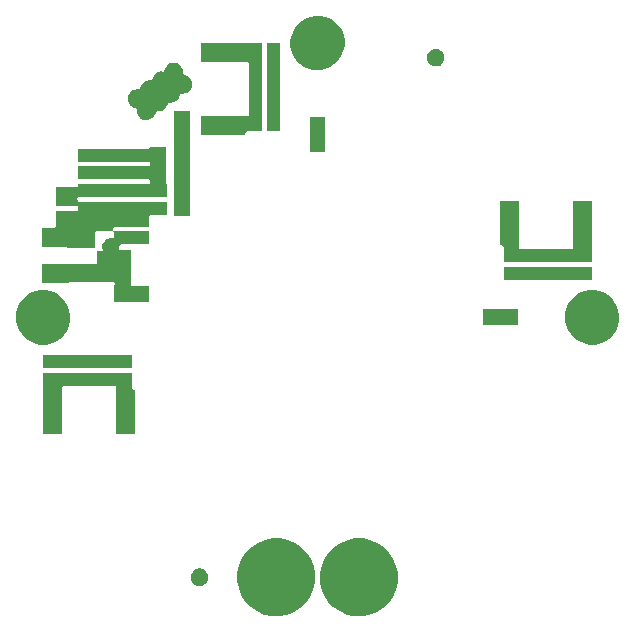
<source format=gbr>
G04 #@! TF.FileFunction,Soldermask,Bot*
%FSLAX46Y46*%
G04 Gerber Fmt 4.6, Leading zero omitted, Abs format (unit mm)*
G04 Created by KiCad (PCBNEW 4.0.7) date 03/16/20 11:51:46*
%MOMM*%
%LPD*%
G01*
G04 APERTURE LIST*
%ADD10C,0.100000*%
G04 APERTURE END LIST*
D10*
G36*
X-3153414Y-18702450D02*
X-2519520Y-18832571D01*
X-1922967Y-19083338D01*
X-1386485Y-19445200D01*
X-930507Y-19904373D01*
X-572400Y-20443366D01*
X-325803Y-21041656D01*
X-200317Y-21675406D01*
X-200317Y-21675442D01*
X-200119Y-21676444D01*
X-210439Y-22415568D01*
X-210667Y-22416570D01*
X-210667Y-22416601D01*
X-353799Y-23046600D01*
X-617004Y-23637768D01*
X-990022Y-24166555D01*
X-1458645Y-24612819D01*
X-2005017Y-24959556D01*
X-2608343Y-25193572D01*
X-3245621Y-25305941D01*
X-3892592Y-25292388D01*
X-4524614Y-25153430D01*
X-5117602Y-24894360D01*
X-5648978Y-24525044D01*
X-6098503Y-24059547D01*
X-6449049Y-23515605D01*
X-6687266Y-22913937D01*
X-6804085Y-22277449D01*
X-6795049Y-21630403D01*
X-6660506Y-20997426D01*
X-6405583Y-20402645D01*
X-6039983Y-19868699D01*
X-5577640Y-19415940D01*
X-5036158Y-19061605D01*
X-4436160Y-18819190D01*
X-3800511Y-18697933D01*
X-3153414Y-18702450D01*
X-3153414Y-18702450D01*
G37*
G36*
X3846586Y-18702450D02*
X4480480Y-18832571D01*
X5077033Y-19083338D01*
X5613515Y-19445200D01*
X6069493Y-19904373D01*
X6427600Y-20443366D01*
X6674197Y-21041656D01*
X6799683Y-21675406D01*
X6799683Y-21675442D01*
X6799881Y-21676444D01*
X6789561Y-22415568D01*
X6789333Y-22416570D01*
X6789333Y-22416601D01*
X6646201Y-23046600D01*
X6382996Y-23637768D01*
X6009978Y-24166555D01*
X5541355Y-24612819D01*
X4994983Y-24959556D01*
X4391657Y-25193572D01*
X3754379Y-25305941D01*
X3107408Y-25292388D01*
X2475386Y-25153430D01*
X1882398Y-24894360D01*
X1351022Y-24525044D01*
X901497Y-24059547D01*
X550951Y-23515605D01*
X312734Y-22913937D01*
X195915Y-22277449D01*
X204951Y-21630403D01*
X339494Y-20997426D01*
X594417Y-20402645D01*
X960017Y-19868699D01*
X1422360Y-19415940D01*
X1963842Y-19061605D01*
X2563840Y-18819190D01*
X3199489Y-18697933D01*
X3846586Y-18702450D01*
X3846586Y-18702450D01*
G37*
G36*
X-9921224Y-21250492D02*
X-9777147Y-21280067D01*
X-9641553Y-21337065D01*
X-9519614Y-21419314D01*
X-9415974Y-21523681D01*
X-9334580Y-21646188D01*
X-9278529Y-21782178D01*
X-9250166Y-21925420D01*
X-9250167Y-21925456D01*
X-9249968Y-21926459D01*
X-9252314Y-22094455D01*
X-9252540Y-22095452D01*
X-9252541Y-22095488D01*
X-9284892Y-22237881D01*
X-9344718Y-22372252D01*
X-9429502Y-22492441D01*
X-9536017Y-22593874D01*
X-9660204Y-22672685D01*
X-9797332Y-22725874D01*
X-9942181Y-22751415D01*
X-10089232Y-22748334D01*
X-10232887Y-22716750D01*
X-10367665Y-22657866D01*
X-10488447Y-22573921D01*
X-10590620Y-22468118D01*
X-10670297Y-22344485D01*
X-10724441Y-22207732D01*
X-10750993Y-22063060D01*
X-10748939Y-21915994D01*
X-10718359Y-21772125D01*
X-10660416Y-21636934D01*
X-10577318Y-21515571D01*
X-10472231Y-21412663D01*
X-10349158Y-21332126D01*
X-10212782Y-21277027D01*
X-10068303Y-21249466D01*
X-9921224Y-21250492D01*
X-9921224Y-21250492D01*
G37*
G36*
X-15750000Y-5950000D02*
X-15744061Y-5991789D01*
X-15726716Y-6030269D01*
X-15699337Y-6062393D01*
X-15664092Y-6085618D01*
X-15623772Y-6098104D01*
X-15600000Y-6100000D01*
X-15450000Y-6100000D01*
X-15450000Y-9900000D01*
X-17050000Y-9900000D01*
X-17050000Y-5950000D01*
X-17055939Y-5908211D01*
X-17073284Y-5869731D01*
X-17100663Y-5837607D01*
X-17135908Y-5814382D01*
X-17176228Y-5801896D01*
X-17200000Y-5800000D01*
X-21500000Y-5800000D01*
X-21541789Y-5805939D01*
X-21580269Y-5823284D01*
X-21612393Y-5850663D01*
X-21635618Y-5885908D01*
X-21648104Y-5926228D01*
X-21650000Y-5950000D01*
X-21650000Y-9900000D01*
X-23250000Y-9900000D01*
X-23250000Y-4700000D01*
X-15750000Y-4700000D01*
X-15750000Y-5950000D01*
X-15750000Y-5950000D01*
G37*
G36*
X-15750000Y-4300000D02*
X-23250000Y-4300000D01*
X-23250000Y-3200000D01*
X-15750000Y-3200000D01*
X-15750000Y-4300000D01*
X-15750000Y-4300000D01*
G37*
G36*
X23491606Y2298725D02*
X23933495Y2208019D01*
X24349349Y2033209D01*
X24723333Y1780953D01*
X25041197Y1460863D01*
X25290834Y1085130D01*
X25462736Y668064D01*
X25550150Y226589D01*
X25550150Y226558D01*
X25550349Y225551D01*
X25543154Y-289693D01*
X25542927Y-290690D01*
X25542927Y-290725D01*
X25443220Y-729586D01*
X25259740Y-1141689D01*
X24999708Y-1510308D01*
X24673030Y-1821399D01*
X24292155Y-2063109D01*
X23871574Y-2226242D01*
X23427328Y-2304575D01*
X22976324Y-2295127D01*
X22535739Y-2198259D01*
X22122369Y-2017662D01*
X21751946Y-1760211D01*
X21438581Y-1435712D01*
X21194215Y-1056530D01*
X21028154Y-637107D01*
X20946719Y-193409D01*
X20953018Y257646D01*
X21046808Y698896D01*
X21224515Y1113518D01*
X21479373Y1485729D01*
X21801678Y1801353D01*
X22179142Y2048358D01*
X22597402Y2217346D01*
X23040514Y2301874D01*
X23491606Y2298725D01*
X23491606Y2298725D01*
G37*
G36*
X-23008394Y2298725D02*
X-22566505Y2208019D01*
X-22150651Y2033209D01*
X-21776667Y1780953D01*
X-21458803Y1460863D01*
X-21209166Y1085130D01*
X-21037264Y668064D01*
X-20949850Y226589D01*
X-20949850Y226558D01*
X-20949651Y225551D01*
X-20956846Y-289693D01*
X-20957073Y-290690D01*
X-20957073Y-290725D01*
X-21056780Y-729586D01*
X-21240260Y-1141689D01*
X-21500292Y-1510308D01*
X-21826970Y-1821399D01*
X-22207845Y-2063109D01*
X-22628426Y-2226242D01*
X-23072672Y-2304575D01*
X-23523676Y-2295127D01*
X-23964261Y-2198259D01*
X-24377631Y-2017662D01*
X-24748054Y-1760211D01*
X-25061419Y-1435712D01*
X-25305785Y-1056530D01*
X-25471846Y-637107D01*
X-25553281Y-193409D01*
X-25546982Y257646D01*
X-25453192Y698896D01*
X-25275485Y1113518D01*
X-25020627Y1485729D01*
X-24698322Y1801353D01*
X-24320858Y2048358D01*
X-23902598Y2217346D01*
X-23459486Y2301874D01*
X-23008394Y2298725D01*
X-23008394Y2298725D01*
G37*
G36*
X16950000Y-668811D02*
X14050000Y-668811D01*
X14050000Y681189D01*
X16950000Y681189D01*
X16950000Y-668811D01*
X16950000Y-668811D01*
G37*
G36*
X-12825000Y11450000D02*
X-12819061Y11408211D01*
X-12801716Y11369731D01*
X-12774337Y11337607D01*
X-12750000Y11321570D01*
X-12750000Y10200000D01*
X-20175000Y10200000D01*
X-20216789Y10194061D01*
X-20255269Y10176716D01*
X-20287393Y10149337D01*
X-20310618Y10114092D01*
X-20323104Y10073772D01*
X-20325000Y10050000D01*
X-20325000Y9950000D01*
X-20319061Y9908211D01*
X-20301716Y9869731D01*
X-20274337Y9837607D01*
X-20239092Y9814382D01*
X-20198772Y9801896D01*
X-20175000Y9800000D01*
X-12750000Y9800000D01*
X-12750000Y8700000D01*
X-14100000Y8700000D01*
X-14141789Y8694061D01*
X-14180269Y8676716D01*
X-14212393Y8649337D01*
X-14235618Y8614092D01*
X-14248104Y8573772D01*
X-14250000Y8550000D01*
X-14250000Y7700000D01*
X-17150000Y7700000D01*
X-17191789Y7694061D01*
X-17230269Y7676716D01*
X-17262393Y7649337D01*
X-17285618Y7614092D01*
X-17298104Y7573772D01*
X-17300000Y7550000D01*
X-17300000Y7450000D01*
X-17294061Y7408211D01*
X-17276716Y7369731D01*
X-17249337Y7337607D01*
X-17214092Y7314382D01*
X-17173772Y7301896D01*
X-17150000Y7300000D01*
X-14250000Y7300000D01*
X-14250000Y6200000D01*
X-16625894Y6200000D01*
X-16667683Y6194061D01*
X-16706163Y6176716D01*
X-16738287Y6149337D01*
X-16761512Y6114092D01*
X-16773998Y6073772D01*
X-16775276Y6036403D01*
X-16771502Y5994944D01*
X-16785089Y5865680D01*
X-16783551Y5823499D01*
X-16770323Y5783416D01*
X-16746452Y5748606D01*
X-16713828Y5721825D01*
X-16675034Y5705192D01*
X-16635911Y5700000D01*
X-15825000Y5700000D01*
X-15825000Y2825000D01*
X-15819061Y2783211D01*
X-15801716Y2744731D01*
X-15774337Y2712607D01*
X-15739092Y2689382D01*
X-15698772Y2676896D01*
X-15675000Y2675000D01*
X-14300000Y2675000D01*
X-14300000Y1325000D01*
X-17200000Y1325000D01*
X-17200000Y2744795D01*
X-17189382Y2760908D01*
X-17176896Y2801228D01*
X-17175000Y2825000D01*
X-17175000Y2850000D01*
X-17180939Y2891789D01*
X-17198284Y2930269D01*
X-17225663Y2962393D01*
X-17260908Y2985618D01*
X-17301228Y2998104D01*
X-17325000Y3000000D01*
X-21000000Y3000000D01*
X-21041789Y2994061D01*
X-21080269Y2976716D01*
X-21111615Y2950000D01*
X-23350000Y2950000D01*
X-23350000Y4550000D01*
X-21109899Y4550000D01*
X-21099337Y4537607D01*
X-21064092Y4514382D01*
X-21023772Y4501896D01*
X-21000000Y4500000D01*
X-18800000Y4500000D01*
X-18758211Y4505939D01*
X-18719731Y4523284D01*
X-18687607Y4550663D01*
X-18664382Y4585908D01*
X-18651896Y4626228D01*
X-18650000Y4650000D01*
X-18650000Y5600000D01*
X-18338412Y5600000D01*
X-18296623Y5605939D01*
X-18258143Y5623284D01*
X-18226019Y5650663D01*
X-18202794Y5685908D01*
X-18190308Y5726228D01*
X-18189549Y5768430D01*
X-18194468Y5792123D01*
X-18215666Y5864149D01*
X-18215675Y5864247D01*
X-18215685Y5864281D01*
X-18228497Y6005060D01*
X-18213722Y6145635D01*
X-18213712Y6145668D01*
X-18213700Y6145781D01*
X-18171859Y6280949D01*
X-18104560Y6405415D01*
X-18014368Y6514439D01*
X-17904717Y6603868D01*
X-17779784Y6670296D01*
X-17644328Y6711192D01*
X-17503508Y6725000D01*
X-17496235Y6725000D01*
X-17492458Y6724974D01*
X-17492436Y6724972D01*
X-17486369Y6724929D01*
X-17412210Y6716611D01*
X-17374531Y6717721D01*
X-17334357Y6730669D01*
X-17299381Y6754297D01*
X-17272372Y6786733D01*
X-17255469Y6825409D01*
X-17250000Y6865543D01*
X-17250000Y7175000D01*
X-17255939Y7216789D01*
X-17273284Y7255269D01*
X-17300663Y7287393D01*
X-17335908Y7310618D01*
X-17376228Y7323104D01*
X-17400000Y7325000D01*
X-18700000Y7325000D01*
X-18741789Y7319061D01*
X-18780269Y7301716D01*
X-18812393Y7274337D01*
X-18835618Y7239092D01*
X-18848104Y7198772D01*
X-18850000Y7175000D01*
X-18850000Y5900000D01*
X-21190101Y5900000D01*
X-21200663Y5912393D01*
X-21235908Y5935618D01*
X-21276228Y5948104D01*
X-21300000Y5950000D01*
X-23350000Y5950000D01*
X-23350000Y7550000D01*
X-22325000Y7550000D01*
X-22283211Y7555939D01*
X-22244731Y7573284D01*
X-22212607Y7600663D01*
X-22189382Y7635908D01*
X-22176896Y7676228D01*
X-22175000Y7700000D01*
X-22175000Y9050000D01*
X-20400000Y9050000D01*
X-20358211Y9055939D01*
X-20319731Y9073284D01*
X-20287607Y9100663D01*
X-20264382Y9135908D01*
X-20251896Y9176228D01*
X-20250000Y9200000D01*
X-20250000Y9300000D01*
X-20255939Y9341789D01*
X-20273284Y9380269D01*
X-20300663Y9412393D01*
X-20335908Y9435618D01*
X-20376228Y9448104D01*
X-20400000Y9450000D01*
X-22175000Y9450000D01*
X-22175000Y11050000D01*
X-20400000Y11050000D01*
X-20358211Y11055939D01*
X-20319731Y11073284D01*
X-20287607Y11100663D01*
X-20264382Y11135908D01*
X-20251896Y11176228D01*
X-20250000Y11200000D01*
X-20250000Y11300000D01*
X-14325000Y11300000D01*
X-14283211Y11305939D01*
X-14244731Y11323284D01*
X-14212607Y11350663D01*
X-14189382Y11385908D01*
X-14176896Y11426228D01*
X-14175000Y11450000D01*
X-14175000Y11550000D01*
X-14180939Y11591789D01*
X-14198284Y11630269D01*
X-14225663Y11662393D01*
X-14260908Y11685618D01*
X-14301228Y11698104D01*
X-14325000Y11700000D01*
X-20250000Y11700000D01*
X-20250000Y12800000D01*
X-14325000Y12800000D01*
X-14283211Y12805939D01*
X-14244731Y12823284D01*
X-14212607Y12850663D01*
X-14189382Y12885908D01*
X-14176896Y12926228D01*
X-14175000Y12950000D01*
X-14175000Y13050000D01*
X-14180939Y13091789D01*
X-14198284Y13130269D01*
X-14225663Y13162393D01*
X-14260908Y13185618D01*
X-14301228Y13198104D01*
X-14325000Y13200000D01*
X-20250000Y13200000D01*
X-20250000Y14300000D01*
X-14325000Y14300000D01*
X-14283211Y14305939D01*
X-14244731Y14323284D01*
X-14212607Y14350663D01*
X-14189382Y14385908D01*
X-14176896Y14426228D01*
X-14175000Y14450000D01*
X-12825000Y14450000D01*
X-12825000Y11450000D01*
X-12825000Y11450000D01*
G37*
G36*
X23250000Y3200000D02*
X15750000Y3200000D01*
X15750000Y4300000D01*
X23250000Y4300000D01*
X23250000Y3200000D01*
X23250000Y3200000D01*
G37*
G36*
X17050000Y5950000D02*
X17055939Y5908211D01*
X17073284Y5869731D01*
X17100663Y5837607D01*
X17135908Y5814382D01*
X17176228Y5801896D01*
X17200000Y5800000D01*
X21500000Y5800000D01*
X21541789Y5805939D01*
X21580269Y5823284D01*
X21612393Y5850663D01*
X21635618Y5885908D01*
X21648104Y5926228D01*
X21650000Y5950000D01*
X21650000Y9900000D01*
X23250000Y9900000D01*
X23250000Y4700000D01*
X15750000Y4700000D01*
X15750000Y5950000D01*
X15744061Y5991789D01*
X15726716Y6030269D01*
X15699337Y6062393D01*
X15664092Y6085618D01*
X15623772Y6098104D01*
X15600000Y6100000D01*
X15450000Y6100000D01*
X15450000Y9900000D01*
X17050000Y9900000D01*
X17050000Y5950000D01*
X17050000Y5950000D01*
G37*
G36*
X-10825000Y8550000D02*
X-12175000Y8550000D01*
X-12175000Y17450000D01*
X-10825000Y17450000D01*
X-10825000Y8550000D01*
X-10825000Y8550000D01*
G37*
G36*
X672365Y14050000D02*
X-677635Y14050000D01*
X-677635Y16950000D01*
X672365Y16950000D01*
X672365Y14050000D01*
X672365Y14050000D01*
G37*
G36*
X-4700000Y15750000D02*
X-5950000Y15750000D01*
X-5991789Y15744061D01*
X-6030269Y15726716D01*
X-6062393Y15699337D01*
X-6085618Y15664092D01*
X-6098104Y15623772D01*
X-6100000Y15600000D01*
X-6100000Y15450000D01*
X-9900000Y15450000D01*
X-9900000Y17050000D01*
X-5950000Y17050000D01*
X-5908211Y17055939D01*
X-5869731Y17073284D01*
X-5837607Y17100663D01*
X-5814382Y17135908D01*
X-5801896Y17176228D01*
X-5800000Y17200000D01*
X-5800000Y21500000D01*
X-5805939Y21541789D01*
X-5823284Y21580269D01*
X-5850663Y21612393D01*
X-5885908Y21635618D01*
X-5926228Y21648104D01*
X-5950000Y21650000D01*
X-9900000Y21650000D01*
X-9900000Y23250000D01*
X-4700000Y23250000D01*
X-4700000Y15750000D01*
X-4700000Y15750000D01*
G37*
G36*
X-3200000Y15750000D02*
X-4300000Y15750000D01*
X-4300000Y23250000D01*
X-3200000Y23250000D01*
X-3200000Y15750000D01*
X-3200000Y15750000D01*
G37*
G36*
X-12052618Y21568312D02*
X-11901531Y21528942D01*
X-11760968Y21460976D01*
X-11636283Y21367002D01*
X-11532226Y21250600D01*
X-11527654Y21244352D01*
X-11527576Y21244244D01*
X-11527522Y21244170D01*
X-11524699Y21240256D01*
X-11524692Y21240244D01*
X-11521121Y21235291D01*
X-11443539Y21099799D01*
X-11393752Y20951816D01*
X-11373656Y20796982D01*
X-11380878Y20688398D01*
X-11377856Y20648065D01*
X-11363101Y20608519D01*
X-11337913Y20574650D01*
X-11304286Y20549139D01*
X-11261502Y20533271D01*
X-11187766Y20518135D01*
X-11043142Y20457340D01*
X-10913070Y20369606D01*
X-10802520Y20258281D01*
X-10715699Y20127605D01*
X-10655913Y19982554D01*
X-10625645Y19829690D01*
X-10625645Y19829654D01*
X-10625447Y19828652D01*
X-10627949Y19649456D01*
X-10628176Y19648459D01*
X-10628176Y19648424D01*
X-10662700Y19496468D01*
X-10726514Y19353140D01*
X-10816953Y19224935D01*
X-10930563Y19116744D01*
X-11063028Y19032680D01*
X-11209305Y18975943D01*
X-11363808Y18948699D01*
X-11517751Y18951924D01*
X-11559656Y18946862D01*
X-11598490Y18930326D01*
X-11631181Y18903626D01*
X-11655139Y18868875D01*
X-11665245Y18842199D01*
X-11699212Y18715476D01*
X-11768158Y18575391D01*
X-11863000Y18451365D01*
X-11863059Y18451313D01*
X-11863079Y18451287D01*
X-11980094Y18348136D01*
X-12114917Y18269677D01*
X-12114965Y18269661D01*
X-12115074Y18269597D01*
X-12262705Y18218778D01*
X-12417395Y18197602D01*
X-12537064Y18204723D01*
X-12578041Y18201365D01*
X-12617482Y18186334D01*
X-12651175Y18160910D01*
X-12676451Y18127106D01*
X-12689292Y18095085D01*
X-12724051Y17965407D01*
X-12792997Y17825322D01*
X-12887839Y17701296D01*
X-12887898Y17701244D01*
X-12887918Y17701218D01*
X-13004933Y17598067D01*
X-13139756Y17519608D01*
X-13139804Y17519592D01*
X-13139913Y17519528D01*
X-13287544Y17468709D01*
X-13442234Y17447533D01*
X-13561903Y17454654D01*
X-13602881Y17451296D01*
X-13642322Y17436265D01*
X-13676015Y17410841D01*
X-13701291Y17377037D01*
X-13714132Y17345015D01*
X-13748891Y17215337D01*
X-13817837Y17075252D01*
X-13912679Y16951226D01*
X-13912738Y16951174D01*
X-13912758Y16951148D01*
X-14029773Y16847997D01*
X-14164596Y16769538D01*
X-14164644Y16769522D01*
X-14164753Y16769458D01*
X-14312384Y16718639D01*
X-14467074Y16697463D01*
X-14622932Y16706737D01*
X-14774019Y16746106D01*
X-14914582Y16814072D01*
X-15039267Y16908047D01*
X-15143324Y17024448D01*
X-15147896Y17030696D01*
X-15148041Y17030894D01*
X-15150849Y17034787D01*
X-15150862Y17034810D01*
X-15154429Y17039757D01*
X-15232011Y17175250D01*
X-15281798Y17323232D01*
X-15301894Y17478066D01*
X-15294675Y17586603D01*
X-15297697Y17626933D01*
X-15312452Y17666479D01*
X-15337640Y17700349D01*
X-15371267Y17725860D01*
X-15412002Y17741293D01*
X-15498483Y17760307D01*
X-15642249Y17823117D01*
X-15771076Y17912655D01*
X-15880063Y18025514D01*
X-15965052Y18157391D01*
X-16022806Y18303259D01*
X-16051128Y18457575D01*
X-16048937Y18614446D01*
X-16016317Y18767910D01*
X-15954514Y18912110D01*
X-15865877Y19041560D01*
X-15753780Y19151334D01*
X-15622504Y19237238D01*
X-15477034Y19296011D01*
X-15322926Y19325409D01*
X-15155397Y19324240D01*
X-15113568Y19329886D01*
X-15074967Y19346963D01*
X-15042653Y19374117D01*
X-15019183Y19409199D01*
X-15010029Y19433880D01*
X-14976338Y19559572D01*
X-14907392Y19699658D01*
X-14812550Y19823683D01*
X-14812487Y19823739D01*
X-14812472Y19823758D01*
X-14695454Y19926912D01*
X-14560628Y20005372D01*
X-14560588Y20005386D01*
X-14560476Y20005451D01*
X-14412845Y20056270D01*
X-14258155Y20077446D01*
X-14138474Y20070325D01*
X-14097511Y20073682D01*
X-14058069Y20088712D01*
X-14024375Y20114136D01*
X-13999099Y20147940D01*
X-13986259Y20179960D01*
X-13951499Y20309641D01*
X-13882553Y20449727D01*
X-13787711Y20573752D01*
X-13787648Y20573808D01*
X-13787633Y20573827D01*
X-13670615Y20676981D01*
X-13535789Y20755441D01*
X-13535749Y20755455D01*
X-13535637Y20755520D01*
X-13388006Y20806339D01*
X-13233316Y20827515D01*
X-13113635Y20820394D01*
X-13072670Y20823751D01*
X-13033228Y20838781D01*
X-12999535Y20864205D01*
X-12974259Y20898009D01*
X-12961420Y20930027D01*
X-12926659Y21059711D01*
X-12857713Y21199797D01*
X-12762871Y21323822D01*
X-12762808Y21323878D01*
X-12762793Y21323897D01*
X-12645775Y21427051D01*
X-12510949Y21505511D01*
X-12510909Y21505525D01*
X-12510797Y21505590D01*
X-12363166Y21556409D01*
X-12208476Y21577585D01*
X-12052618Y21568312D01*
X-12052618Y21568312D01*
G37*
G36*
X241606Y25548725D02*
X683495Y25458019D01*
X1099349Y25283209D01*
X1473333Y25030953D01*
X1791197Y24710863D01*
X2040834Y24335130D01*
X2212736Y23918064D01*
X2300150Y23476589D01*
X2300150Y23476558D01*
X2300349Y23475551D01*
X2293154Y22960307D01*
X2292927Y22959310D01*
X2292927Y22959275D01*
X2193220Y22520414D01*
X2009740Y22108311D01*
X1749708Y21739692D01*
X1423030Y21428601D01*
X1042155Y21186891D01*
X621574Y21023758D01*
X177328Y20945425D01*
X-273676Y20954873D01*
X-714261Y21051741D01*
X-1127631Y21232338D01*
X-1498054Y21489789D01*
X-1811419Y21814288D01*
X-2055785Y22193470D01*
X-2221846Y22612893D01*
X-2303281Y23056591D01*
X-2296982Y23507646D01*
X-2203192Y23948896D01*
X-2025485Y24363518D01*
X-1770627Y24735729D01*
X-1448322Y25051353D01*
X-1070858Y25298358D01*
X-652598Y25467346D01*
X-209486Y25551874D01*
X241606Y25548725D01*
X241606Y25548725D01*
G37*
G36*
X10078776Y22749508D02*
X10222853Y22719933D01*
X10358447Y22662935D01*
X10480386Y22580686D01*
X10584026Y22476319D01*
X10665420Y22353812D01*
X10721471Y22217822D01*
X10749834Y22074580D01*
X10749833Y22074544D01*
X10750032Y22073541D01*
X10747686Y21905545D01*
X10747460Y21904548D01*
X10747459Y21904512D01*
X10715108Y21762119D01*
X10655282Y21627748D01*
X10570498Y21507559D01*
X10463983Y21406126D01*
X10339796Y21327315D01*
X10202668Y21274126D01*
X10057819Y21248585D01*
X9910768Y21251666D01*
X9767113Y21283250D01*
X9632335Y21342134D01*
X9511553Y21426079D01*
X9409380Y21531882D01*
X9329703Y21655515D01*
X9275559Y21792268D01*
X9249007Y21936940D01*
X9251061Y22084006D01*
X9281641Y22227875D01*
X9339584Y22363066D01*
X9422682Y22484429D01*
X9527769Y22587337D01*
X9650842Y22667874D01*
X9787218Y22722973D01*
X9931697Y22750534D01*
X10078776Y22749508D01*
X10078776Y22749508D01*
G37*
M02*

</source>
